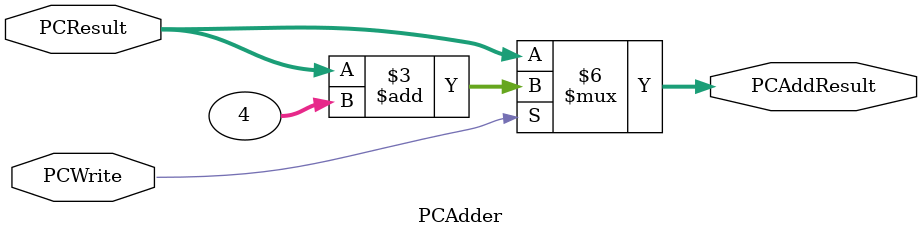
<source format=v>
`timescale 1ns / 1ps


module PCAdder(PCResult, PCAddResult, PCWrite);

    input [31:0] PCResult;
    input PCWrite;

    output reg[31:0] PCAddResult;

    initial begin
        PCAddResult = 0;
    end

    always @(PCWrite, PCResult) begin
        if (PCWrite == 1) begin
            PCAddResult = PCResult + 4;
        end
        else begin
            PCAddResult = PCResult;
        end
    end

endmodule


</source>
